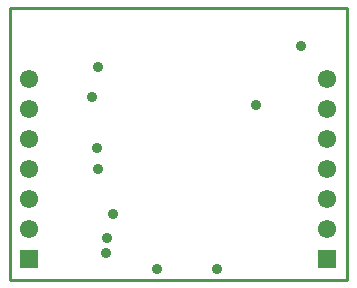
<source format=gbs>
G04*
G04 #@! TF.GenerationSoftware,Altium Limited,Altium Designer,20.2.5 (213)*
G04*
G04 Layer_Color=16711935*
%FSLAX42Y42*%
%MOMM*%
G71*
G04*
G04 #@! TF.SameCoordinates,5B17B380-CB23-49DD-974E-BA9C208B7A42*
G04*
G04*
G04 #@! TF.FilePolarity,Negative*
G04*
G01*
G75*
%ADD12C,0.25*%
%ADD26C,1.55*%
%ADD27R,1.55X1.55*%
%ADD28C,0.91*%
D12*
X2540Y3061D02*
X5397D01*
Y5359D01*
X2540D02*
X5397D01*
X2540Y3061D02*
Y5359D01*
D26*
X5220Y4762D02*
D03*
Y4508D02*
D03*
Y4001D02*
D03*
Y4254D02*
D03*
Y3492D02*
D03*
Y3747D02*
D03*
X2705D02*
D03*
Y3492D02*
D03*
Y4254D02*
D03*
Y4001D02*
D03*
Y4508D02*
D03*
Y4762D02*
D03*
D27*
X5220Y3238D02*
D03*
X2705D02*
D03*
D28*
X3785Y3150D02*
D03*
X3289Y4864D02*
D03*
X3277Y4178D02*
D03*
X5004Y5042D02*
D03*
X3353Y3289D02*
D03*
X3365Y3416D02*
D03*
X4293Y3150D02*
D03*
X4621Y4542D02*
D03*
X3416Y3619D02*
D03*
X3289Y4001D02*
D03*
X3238Y4610D02*
D03*
M02*

</source>
